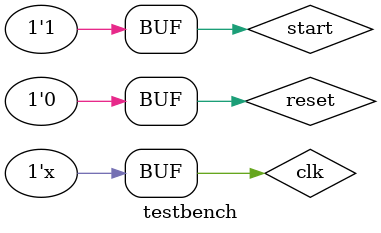
<source format=v>
module testbench;
  reg reset, start, clk;
  reg [3:0] out;
  
  miter miter1(start, reset, clk, out);
  
  initial begin
  
    clk = 0;
    start = 1;
  	reset = 1;
    #10; reset = 0;
    #120;
  end
  always #5 clk <= ~clk;
endmodule
</source>
